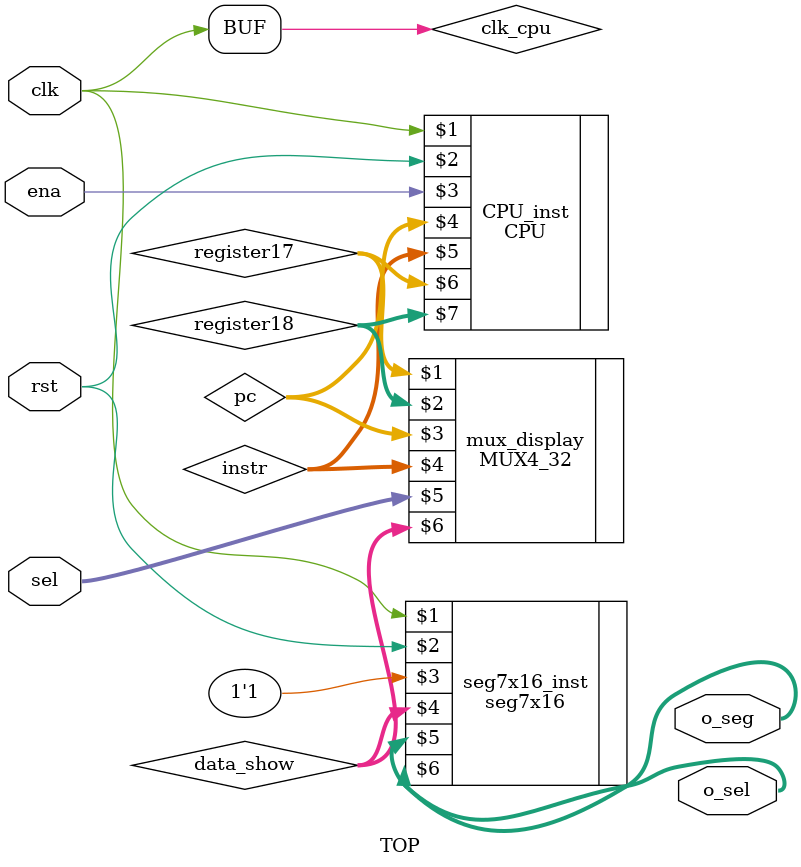
<source format=v>
`timescale 1ns / 1ps

module TOP(
    input           clk,
    input           rst,
    input           ena,
    input  [1:0]    sel,
    output [7:0]    o_seg,
    output [7:0]    o_sel
    );
    wire        clk_cpu;
    reg [19:0]  clk_divider;
    always@(posedge clk) 
    begin
        clk_divider = clk_divider + 1'b1;
    end
    assign clk_cpu = clk;               // ·ÂÕæÓÃ£¬±ãÓÚµ÷ÊÔ
    //assign clk_cpu = clk_divider[19];       // ÏÂ°åÓÃ,·ÖÆµÆµÂÊ£º2^20*f ±ãÓÚ¹Û²ì

    wire [31:0] data_show;
    wire [31:0] pc, instr;
    wire [31:0] register17, register18;
    /*CPU*/
    CPU CPU_inst(clk_cpu, rst, ena, pc, instr, register17,register18);
    /*7¶ÎÊýÂë¹ÜÏÔÊ¾Êý¾Ý*/
    MUX4_32 mux_display(register17, register18, pc, instr, sel, data_show);
    /*7¶ÎÊýÂë¹Ü*/
    seg7x16 seg7x16_inst(clk, rst, 1'b1, data_show, o_seg, o_sel);
endmodule

</source>
